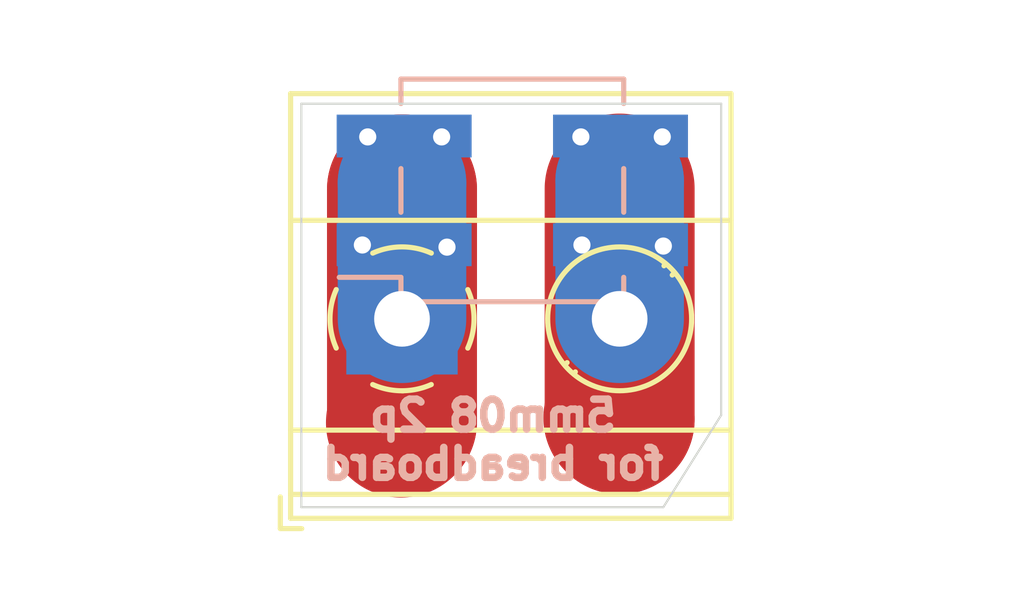
<source format=kicad_pcb>
(kicad_pcb (version 20171130) (host pcbnew 5.1.10-88a1d61d58~90~ubuntu20.04.1)

  (general
    (thickness 1.6)
    (drawings 6)
    (tracks 20)
    (zones 0)
    (modules 2)
    (nets 3)
  )

  (page A4)
  (layers
    (0 F.Cu signal)
    (31 B.Cu signal)
    (32 B.Adhes user)
    (33 F.Adhes user)
    (34 B.Paste user)
    (35 F.Paste user)
    (36 B.SilkS user)
    (37 F.SilkS user)
    (38 B.Mask user)
    (39 F.Mask user)
    (40 Dwgs.User user)
    (41 Cmts.User user)
    (42 Eco1.User user)
    (43 Eco2.User user)
    (44 Edge.Cuts user)
    (45 Margin user)
    (46 B.CrtYd user)
    (47 F.CrtYd user)
    (48 B.Fab user)
    (49 F.Fab user)
  )

  (setup
    (last_trace_width 0.25)
    (trace_clearance 0.2)
    (zone_clearance 0.508)
    (zone_45_only no)
    (trace_min 0.2)
    (via_size 0.8)
    (via_drill 0.4)
    (via_min_size 0.4)
    (via_min_drill 0.3)
    (uvia_size 0.3)
    (uvia_drill 0.1)
    (uvias_allowed no)
    (uvia_min_size 0.2)
    (uvia_min_drill 0.1)
    (edge_width 0.05)
    (segment_width 0.2)
    (pcb_text_width 0.3)
    (pcb_text_size 1.5 1.5)
    (mod_edge_width 0.12)
    (mod_text_size 1 1)
    (mod_text_width 0.15)
    (pad_size 1.524 1.524)
    (pad_drill 0.762)
    (pad_to_mask_clearance 0)
    (aux_axis_origin 0 0)
    (visible_elements FFFFFF7F)
    (pcbplotparams
      (layerselection 0x010fc_ffffffff)
      (usegerberextensions false)
      (usegerberattributes true)
      (usegerberadvancedattributes true)
      (creategerberjobfile true)
      (excludeedgelayer true)
      (linewidth 0.100000)
      (plotframeref false)
      (viasonmask false)
      (mode 1)
      (useauxorigin false)
      (hpglpennumber 1)
      (hpglpenspeed 20)
      (hpglpendiameter 15.000000)
      (psnegative false)
      (psa4output false)
      (plotreference true)
      (plotvalue true)
      (plotinvisibletext false)
      (padsonsilk false)
      (subtractmaskfromsilk false)
      (outputformat 1)
      (mirror false)
      (drillshape 1)
      (scaleselection 1)
      (outputdirectory ""))
  )

  (net 0 "")
  (net 1 "Net-(J1-Pad2)")
  (net 2 "Net-(J1-Pad1)")

  (net_class Default "This is the default net class."
    (clearance 0.2)
    (trace_width 0.25)
    (via_dia 0.8)
    (via_drill 0.4)
    (uvia_dia 0.3)
    (uvia_drill 0.1)
    (add_net "Net-(J1-Pad1)")
    (add_net "Net-(J1-Pad2)")
  )

  (module Connector_PinHeader_2.54mm:PinHeader_2x02_P2.54mm_Vertical_SMD (layer B.Cu) (tedit 59FED5CC) (tstamp 6177055C)
    (at 146.825 62.1)
    (descr "surface-mounted straight pin header, 2x02, 2.54mm pitch, double rows")
    (tags "Surface mounted pin header SMD 2x02 2.54mm double row")
    (path /618EBC44)
    (attr smd)
    (fp_text reference J2 (at 0 3.6) (layer B.SilkS) hide
      (effects (font (size 1 1) (thickness 0.15)) (justify mirror))
    )
    (fp_text value Conn_02x02_Counter_Clockwise (at 0 -3.6) (layer B.Fab)
      (effects (font (size 1 1) (thickness 0.15)) (justify mirror))
    )
    (fp_line (start 5.9 3.05) (end -5.9 3.05) (layer B.CrtYd) (width 0.05))
    (fp_line (start 5.9 -3.05) (end 5.9 3.05) (layer B.CrtYd) (width 0.05))
    (fp_line (start -5.9 -3.05) (end 5.9 -3.05) (layer B.CrtYd) (width 0.05))
    (fp_line (start -5.9 3.05) (end -5.9 -3.05) (layer B.CrtYd) (width 0.05))
    (fp_line (start 2.6 0.51) (end 2.6 -0.51) (layer B.SilkS) (width 0.12))
    (fp_line (start -2.6 0.51) (end -2.6 -0.51) (layer B.SilkS) (width 0.12))
    (fp_line (start 2.6 -2.03) (end 2.6 -2.6) (layer B.SilkS) (width 0.12))
    (fp_line (start -2.6 -2.03) (end -2.6 -2.6) (layer B.SilkS) (width 0.12))
    (fp_line (start 2.6 2.6) (end 2.6 2.03) (layer B.SilkS) (width 0.12))
    (fp_line (start -2.6 2.6) (end -2.6 2.03) (layer B.SilkS) (width 0.12))
    (fp_line (start -4.04 2.03) (end -2.6 2.03) (layer B.SilkS) (width 0.12))
    (fp_line (start -2.6 -2.6) (end 2.6 -2.6) (layer B.SilkS) (width 0.12))
    (fp_line (start -2.6 2.6) (end 2.6 2.6) (layer B.SilkS) (width 0.12))
    (fp_line (start 3.6 -1.59) (end 2.54 -1.59) (layer B.Fab) (width 0.1))
    (fp_line (start 3.6 -0.95) (end 3.6 -1.59) (layer B.Fab) (width 0.1))
    (fp_line (start 2.54 -0.95) (end 3.6 -0.95) (layer B.Fab) (width 0.1))
    (fp_line (start -3.6 -1.59) (end -2.54 -1.59) (layer B.Fab) (width 0.1))
    (fp_line (start -3.6 -0.95) (end -3.6 -1.59) (layer B.Fab) (width 0.1))
    (fp_line (start -2.54 -0.95) (end -3.6 -0.95) (layer B.Fab) (width 0.1))
    (fp_line (start 3.6 0.95) (end 2.54 0.95) (layer B.Fab) (width 0.1))
    (fp_line (start 3.6 1.59) (end 3.6 0.95) (layer B.Fab) (width 0.1))
    (fp_line (start 2.54 1.59) (end 3.6 1.59) (layer B.Fab) (width 0.1))
    (fp_line (start -3.6 0.95) (end -2.54 0.95) (layer B.Fab) (width 0.1))
    (fp_line (start -3.6 1.59) (end -3.6 0.95) (layer B.Fab) (width 0.1))
    (fp_line (start -2.54 1.59) (end -3.6 1.59) (layer B.Fab) (width 0.1))
    (fp_line (start 2.54 2.54) (end 2.54 -2.54) (layer B.Fab) (width 0.1))
    (fp_line (start -2.54 1.59) (end -1.59 2.54) (layer B.Fab) (width 0.1))
    (fp_line (start -2.54 -2.54) (end -2.54 1.59) (layer B.Fab) (width 0.1))
    (fp_line (start -1.59 2.54) (end 2.54 2.54) (layer B.Fab) (width 0.1))
    (fp_line (start 2.54 -2.54) (end -2.54 -2.54) (layer B.Fab) (width 0.1))
    (fp_text user %R (at 0 0 -90) (layer B.Fab)
      (effects (font (size 1 1) (thickness 0.15)) (justify mirror))
    )
    (pad 4 smd rect (at 2.525 -1.27) (size 3.15 1) (layers B.Cu B.Paste B.Mask)
      (net 1 "Net-(J1-Pad2)"))
    (pad 3 smd rect (at -2.525 -1.27) (size 3.15 1) (layers B.Cu B.Paste B.Mask)
      (net 2 "Net-(J1-Pad1)"))
    (pad 2 smd rect (at 2.525 1.27) (size 3.15 1) (layers B.Cu B.Paste B.Mask)
      (net 1 "Net-(J1-Pad2)"))
    (pad 1 smd rect (at -2.525 1.27) (size 3.15 1) (layers B.Cu B.Paste B.Mask)
      (net 2 "Net-(J1-Pad1)"))
    (model ${KISYS3DMOD}/Connector_PinHeader_2.54mm.3dshapes/PinHeader_2x02_P2.54mm_Vertical_SMD.wrl
      (at (xyz 0 0 0))
      (scale (xyz 1 1 1))
      (rotate (xyz 0 0 0))
    )
  )

  (module TerminalBlock_Phoenix:TerminalBlock_Phoenix_MKDS-1,5-2-5.08_1x02_P5.08mm_Horizontal (layer F.Cu) (tedit 5B294EBC) (tstamp 61770535)
    (at 144.25 65.1)
    (descr "Terminal Block Phoenix MKDS-1,5-2-5.08, 2 pins, pitch 5.08mm, size 10.2x9.8mm^2, drill diamater 1.3mm, pad diameter 2.6mm, see http://www.farnell.com/datasheets/100425.pdf, script-generated using https://github.com/pointhi/kicad-footprint-generator/scripts/TerminalBlock_Phoenix")
    (tags "THT Terminal Block Phoenix MKDS-1,5-2-5.08 pitch 5.08mm size 10.2x9.8mm^2 drill 1.3mm pad 2.6mm")
    (path /618EB4E7)
    (fp_text reference J1 (at 2.54 -6.26) (layer F.SilkS) hide
      (effects (font (size 1 1) (thickness 0.15)))
    )
    (fp_text value Conn_01x02 (at 2.54 5.66) (layer F.Fab)
      (effects (font (size 1 1) (thickness 0.15)))
    )
    (fp_line (start 8.13 -5.71) (end -3.04 -5.71) (layer F.CrtYd) (width 0.05))
    (fp_line (start 8.13 5.1) (end 8.13 -5.71) (layer F.CrtYd) (width 0.05))
    (fp_line (start -3.04 5.1) (end 8.13 5.1) (layer F.CrtYd) (width 0.05))
    (fp_line (start -3.04 -5.71) (end -3.04 5.1) (layer F.CrtYd) (width 0.05))
    (fp_line (start -2.84 4.9) (end -2.34 4.9) (layer F.SilkS) (width 0.12))
    (fp_line (start -2.84 4.16) (end -2.84 4.9) (layer F.SilkS) (width 0.12))
    (fp_line (start 3.853 1.023) (end 3.806 1.069) (layer F.SilkS) (width 0.12))
    (fp_line (start 6.15 -1.275) (end 6.115 -1.239) (layer F.SilkS) (width 0.12))
    (fp_line (start 4.046 1.239) (end 4.011 1.274) (layer F.SilkS) (width 0.12))
    (fp_line (start 6.355 -1.069) (end 6.308 -1.023) (layer F.SilkS) (width 0.12))
    (fp_line (start 6.035 -1.138) (end 3.943 0.955) (layer F.Fab) (width 0.1))
    (fp_line (start 6.218 -0.955) (end 4.126 1.138) (layer F.Fab) (width 0.1))
    (fp_line (start 0.955 -1.138) (end -1.138 0.955) (layer F.Fab) (width 0.1))
    (fp_line (start 1.138 -0.955) (end -0.955 1.138) (layer F.Fab) (width 0.1))
    (fp_line (start 7.68 -5.261) (end 7.68 4.66) (layer F.SilkS) (width 0.12))
    (fp_line (start -2.6 -5.261) (end -2.6 4.66) (layer F.SilkS) (width 0.12))
    (fp_line (start -2.6 4.66) (end 7.68 4.66) (layer F.SilkS) (width 0.12))
    (fp_line (start -2.6 -5.261) (end 7.68 -5.261) (layer F.SilkS) (width 0.12))
    (fp_line (start -2.6 -2.301) (end 7.68 -2.301) (layer F.SilkS) (width 0.12))
    (fp_line (start -2.54 -2.3) (end 7.62 -2.3) (layer F.Fab) (width 0.1))
    (fp_line (start -2.6 2.6) (end 7.68 2.6) (layer F.SilkS) (width 0.12))
    (fp_line (start -2.54 2.6) (end 7.62 2.6) (layer F.Fab) (width 0.1))
    (fp_line (start -2.6 4.1) (end 7.68 4.1) (layer F.SilkS) (width 0.12))
    (fp_line (start -2.54 4.1) (end 7.62 4.1) (layer F.Fab) (width 0.1))
    (fp_line (start -2.54 4.1) (end -2.54 -5.2) (layer F.Fab) (width 0.1))
    (fp_line (start -2.04 4.6) (end -2.54 4.1) (layer F.Fab) (width 0.1))
    (fp_line (start 7.62 4.6) (end -2.04 4.6) (layer F.Fab) (width 0.1))
    (fp_line (start 7.62 -5.2) (end 7.62 4.6) (layer F.Fab) (width 0.1))
    (fp_line (start -2.54 -5.2) (end 7.62 -5.2) (layer F.Fab) (width 0.1))
    (fp_circle (center 5.08 0) (end 6.76 0) (layer F.SilkS) (width 0.12))
    (fp_circle (center 5.08 0) (end 6.58 0) (layer F.Fab) (width 0.1))
    (fp_circle (center 0 0) (end 1.5 0) (layer F.Fab) (width 0.1))
    (fp_text user %R (at 2.54 3.2) (layer F.Fab)
      (effects (font (size 1 1) (thickness 0.15)))
    )
    (fp_arc (start 0 0) (end -0.684 1.535) (angle -25) (layer F.SilkS) (width 0.12))
    (fp_arc (start 0 0) (end -1.535 -0.684) (angle -48) (layer F.SilkS) (width 0.12))
    (fp_arc (start 0 0) (end 0.684 -1.535) (angle -48) (layer F.SilkS) (width 0.12))
    (fp_arc (start 0 0) (end 1.535 0.684) (angle -48) (layer F.SilkS) (width 0.12))
    (fp_arc (start 0 0) (end 0 1.68) (angle -24) (layer F.SilkS) (width 0.12))
    (pad 2 thru_hole circle (at 5.08 0) (size 2.6 2.6) (drill 1.3) (layers *.Cu *.Mask)
      (net 1 "Net-(J1-Pad2)"))
    (pad 1 thru_hole rect (at 0 0) (size 2.6 2.6) (drill 1.3) (layers *.Cu *.Mask)
      (net 2 "Net-(J1-Pad1)"))
    (model ${KISYS3DMOD}/TerminalBlock_Phoenix.3dshapes/TerminalBlock_Phoenix_MKDS-1,5-2-5.08_1x02_P5.08mm_Horizontal.wrl
      (at (xyz 0 0 0))
      (scale (xyz 1 1 1))
      (rotate (xyz 0 0 0))
    )
  )

  (gr_line (start 150.35 69.5) (end 151.7 67.35) (layer Edge.Cuts) (width 0.05))
  (gr_text "5mm08 2p\nfor breadboard" (at 146.375 67.925) (layer B.SilkS)
    (effects (font (size 0.7 0.7) (thickness 0.175)) (justify mirror))
  )
  (gr_line (start 151.7 60.075) (end 141.9 60.075) (layer Edge.Cuts) (width 0.05))
  (gr_line (start 151.7 67.35) (end 151.7 60.075) (layer Edge.Cuts) (width 0.05))
  (gr_line (start 141.9 69.5) (end 150.35 69.5) (layer Edge.Cuts) (width 0.05))
  (gr_line (start 141.9 60.075) (end 141.9 69.5) (layer Edge.Cuts) (width 0.05))

  (via (at 150.35 63.4) (size 0.8) (drill 0.4) (layers F.Cu B.Cu) (net 1) (tstamp 61770885))
  (via (at 148.45 63.375) (size 0.8) (drill 0.4) (layers F.Cu B.Cu) (net 1) (tstamp 61770885))
  (segment (start 149.33 65.1) (end 149.33 62.87) (width 3) (layer B.Cu) (net 1))
  (segment (start 149.33 61.88) (end 149.33 61.88) (width 3) (layer B.Cu) (net 1) (tstamp 61770791))
  (via (at 148.425 60.85) (size 0.8) (drill 0.4) (layers F.Cu B.Cu) (net 1))
  (segment (start 149.33 62.87) (end 149.33 61.88) (width 3) (layer B.Cu) (net 1) (tstamp 61770793))
  (via (at 150.325 60.85) (size 0.8) (drill 0.4) (layers F.Cu B.Cu) (net 1))
  (segment (start 149.33 65.1) (end 149.33 67.44499) (width 3.5) (layer F.Cu) (net 1))
  (segment (start 149.33 67.44499) (end 149.3 67.41499) (width 3.5) (layer F.Cu) (net 1))
  (segment (start 149.33 65.1) (end 149.33 62.05501) (width 3.5) (layer F.Cu) (net 1))
  (via (at 145.3 63.425) (size 0.8) (drill 0.4) (layers F.Cu B.Cu) (net 2) (tstamp 617708D7))
  (via (at 143.325 63.375) (size 0.8) (drill 0.4) (layers F.Cu B.Cu) (net 2) (tstamp 617708D7))
  (segment (start 144.25 65.1) (end 144.25 62.975) (width 3) (layer B.Cu) (net 2))
  (segment (start 144.25 61.925) (end 144.25 61.925) (width 3) (layer B.Cu) (net 2) (tstamp 61770795))
  (via (at 143.45 60.85) (size 0.8) (drill 0.4) (layers F.Cu B.Cu) (net 2))
  (segment (start 144.25 62.975) (end 144.25 61.925) (width 3) (layer B.Cu) (net 2) (tstamp 61770797))
  (via (at 145.175 60.85) (size 0.8) (drill 0.4) (layers F.Cu B.Cu) (net 2))
  (segment (start 144.25 65.1) (end 144.25 62.075) (width 3.5) (layer F.Cu) (net 2))
  (segment (start 144.25 67.5) (end 144.22501 67.52499) (width 3.5) (layer F.Cu) (net 2))
  (segment (start 144.25 62.075) (end 144.25 67.5) (width 3.5) (layer F.Cu) (net 2))

)

</source>
